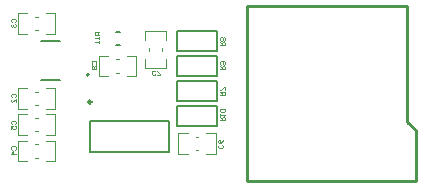
<source format=gbo>
G04*
G04 #@! TF.GenerationSoftware,Altium Limited,Altium Designer,20.0.2 (26)*
G04*
G04 Layer_Color=32896*
%FSLAX25Y25*%
%MOIN*%
G70*
G01*
G75*
%ADD10C,0.00787*%
%ADD11C,0.00984*%
%ADD15C,0.00394*%
%ADD59C,0.01000*%
D10*
X394388Y311433D02*
G03*
X394388Y311433I-394J0D01*
G01*
X378483Y309504D02*
X384782D01*
X378483Y322496D02*
X384782D01*
X403610Y321374D02*
X404791D01*
X403610Y325705D02*
X404791D01*
X394760Y295835D02*
X421138D01*
X394760Y285598D02*
X421138D01*
X394760D02*
Y295835D01*
X421138Y285598D02*
Y295835D01*
X423709Y294255D02*
Y301144D01*
Y294255D02*
X437291D01*
Y301144D01*
X423709D02*
X437291D01*
X423709Y310921D02*
Y317811D01*
Y310921D02*
X437291D01*
Y317811D01*
X423709D02*
X437291D01*
X423709Y302588D02*
Y309478D01*
Y302588D02*
X437291D01*
Y309478D01*
X423709D02*
X437291D01*
X423709Y319255D02*
Y326144D01*
Y319255D02*
X437291D01*
Y326144D01*
X423709D02*
X437291D01*
D11*
X395252Y302331D02*
G03*
X395252Y302331I-492J0D01*
G01*
D15*
X376606Y301236D02*
X377394D01*
X376606Y305764D02*
X377394D01*
X383201Y300055D02*
Y306945D01*
X370799Y300055D02*
Y306945D01*
Y300055D02*
X373900D01*
X380100D02*
X383201D01*
X370799Y306945D02*
X373900D01*
X380100D02*
X383201D01*
X376606Y330764D02*
X377394D01*
X376606Y326236D02*
X377394D01*
X370799Y325055D02*
Y331945D01*
X383201Y325055D02*
Y331945D01*
X380100D02*
X383201D01*
X370799D02*
X373900D01*
X380100Y325055D02*
X383201D01*
X370799D02*
X373900D01*
X376606Y292486D02*
X377394D01*
X376606Y297014D02*
X377394D01*
X383201Y291305D02*
Y298195D01*
X370799Y291305D02*
Y298195D01*
Y291305D02*
X373900D01*
X380100D02*
X383201D01*
X370799Y298195D02*
X373900D01*
X380100D02*
X383201D01*
X370799Y282555D02*
X373900D01*
X380100D02*
X383201D01*
X370799Y289445D02*
X373900D01*
X380100D02*
X383201D01*
Y282555D02*
Y289445D01*
X370799Y282555D02*
Y289445D01*
X376606Y283736D02*
X377394D01*
X376606Y288264D02*
X377394D01*
X407049Y317779D02*
X410150D01*
X397748D02*
X400848D01*
X407049Y310890D02*
X410150D01*
X397748D02*
X400848D01*
X397748D02*
Y317779D01*
X410150Y310890D02*
Y317779D01*
X403555Y316598D02*
X404343D01*
X403555Y312071D02*
X404343D01*
X420028Y313598D02*
Y316699D01*
Y322900D02*
Y326000D01*
X413138Y313598D02*
Y316699D01*
Y322900D02*
Y326000D01*
X420028D01*
X413138Y313598D02*
X420028D01*
X418847Y319406D02*
Y320193D01*
X414319Y319406D02*
Y320193D01*
X433600Y291945D02*
X436701D01*
X424299D02*
X427400D01*
X433600Y285055D02*
X436701D01*
X424299D02*
X427400D01*
X424299D02*
Y291945D01*
X436701Y285055D02*
Y291945D01*
X430106Y290764D02*
X430894D01*
X430106Y286236D02*
X430894D01*
X438812Y288050D02*
X439074Y287787D01*
Y287262D01*
X438812Y287000D01*
X437762D01*
X437500Y287262D01*
Y287787D01*
X437762Y288050D01*
X439074Y289624D02*
X438812Y289099D01*
X438287Y288574D01*
X437762D01*
X437500Y288837D01*
Y289361D01*
X437762Y289624D01*
X438025D01*
X438287Y289361D01*
Y288574D01*
X397953Y325539D02*
X396378D01*
Y324752D01*
X396641Y324490D01*
X397166D01*
X397428Y324752D01*
Y325539D01*
Y325015D02*
X397953Y324490D01*
Y323965D02*
Y323440D01*
Y323703D01*
X396378D01*
X396641Y323965D01*
X397953Y322653D02*
Y322128D01*
Y322391D01*
X396378D01*
X396641Y322653D01*
X438260Y296199D02*
X439834D01*
Y296987D01*
X439572Y297249D01*
X439047D01*
X438785Y296987D01*
Y296199D01*
Y296724D02*
X438260Y297249D01*
Y297774D02*
Y298299D01*
Y298036D01*
X439834D01*
X439572Y297774D01*
Y299086D02*
X439834Y299348D01*
Y299873D01*
X439572Y300135D01*
X438522D01*
X438260Y299873D01*
Y299348D01*
X438522Y299086D01*
X439572D01*
X438260Y313199D02*
X439834D01*
Y313987D01*
X439572Y314249D01*
X439047D01*
X438785Y313987D01*
Y313199D01*
Y313724D02*
X438260Y314249D01*
X438522Y314774D02*
X438260Y315036D01*
Y315561D01*
X438522Y315823D01*
X439572D01*
X439834Y315561D01*
Y315036D01*
X439572Y314774D01*
X439309D01*
X439047Y315036D01*
Y315823D01*
X438260Y321199D02*
X439834D01*
Y321987D01*
X439572Y322249D01*
X439047D01*
X438785Y321987D01*
Y321199D01*
Y321724D02*
X438260Y322249D01*
X439572Y322774D02*
X439834Y323036D01*
Y323561D01*
X439572Y323823D01*
X439309D01*
X439047Y323561D01*
X438785Y323823D01*
X438522D01*
X438260Y323561D01*
Y323036D01*
X438522Y322774D01*
X438785D01*
X439047Y323036D01*
X439309Y322774D01*
X439572D01*
X439047Y323036D02*
Y323561D01*
X438260Y304699D02*
X439834D01*
Y305487D01*
X439572Y305749D01*
X439047D01*
X438785Y305487D01*
Y304699D01*
Y305224D02*
X438260Y305749D01*
X439834Y306274D02*
Y307323D01*
X439572D01*
X438522Y306274D01*
X438260D01*
X395637Y314785D02*
X395375Y315048D01*
Y315572D01*
X395637Y315835D01*
X396687D01*
X396949Y315572D01*
Y315048D01*
X396687Y314785D01*
X395637Y314260D02*
X395375Y313998D01*
Y313473D01*
X395637Y313211D01*
X395899D01*
X396162Y313473D01*
X396424Y313211D01*
X396687D01*
X396949Y313473D01*
Y313998D01*
X396687Y314260D01*
X396424D01*
X396162Y313998D01*
X395899Y314260D01*
X395637D01*
X396162Y313998D02*
Y313473D01*
X416632Y311487D02*
X416370Y311225D01*
X415845D01*
X415583Y311487D01*
Y312537D01*
X415845Y312799D01*
X416370D01*
X416632Y312537D01*
X417157Y311225D02*
X418207D01*
Y311487D01*
X417157Y312537D01*
Y312799D01*
X368688Y294951D02*
X368426Y295213D01*
Y295738D01*
X368688Y296000D01*
X369738D01*
X370000Y295738D01*
Y295213D01*
X369738Y294951D01*
X368426Y293376D02*
Y294426D01*
X369213D01*
X368951Y293901D01*
Y293639D01*
X369213Y293376D01*
X369738D01*
X370000Y293639D01*
Y294163D01*
X369738Y294426D01*
X368688Y286451D02*
X368426Y286713D01*
Y287238D01*
X368688Y287500D01*
X369738D01*
X370000Y287238D01*
Y286713D01*
X369738Y286451D01*
X370000Y285139D02*
X368426D01*
X369213Y285926D01*
Y284876D01*
X368660Y328931D02*
X368398Y329193D01*
Y329718D01*
X368660Y329980D01*
X369710D01*
X369972Y329718D01*
Y329193D01*
X369710Y328931D01*
X368660Y328406D02*
X368398Y328144D01*
Y327619D01*
X368660Y327357D01*
X368923D01*
X369185Y327619D01*
Y327881D01*
Y327619D01*
X369448Y327357D01*
X369710D01*
X369972Y327619D01*
Y328144D01*
X369710Y328406D01*
X368660Y303931D02*
X368398Y304193D01*
Y304718D01*
X368660Y304980D01*
X369710D01*
X369972Y304718D01*
Y304193D01*
X369710Y303931D01*
X369972Y302357D02*
Y303406D01*
X368923Y302357D01*
X368660D01*
X368398Y302619D01*
Y303144D01*
X368660Y303406D01*
D59*
X447252Y275972D02*
X503453D01*
X447252Y334437D02*
X500598D01*
Y295756D02*
X503453Y292902D01*
Y275972D02*
Y292902D01*
X500598Y295756D02*
Y334437D01*
X447252Y275972D02*
Y334437D01*
M02*

</source>
